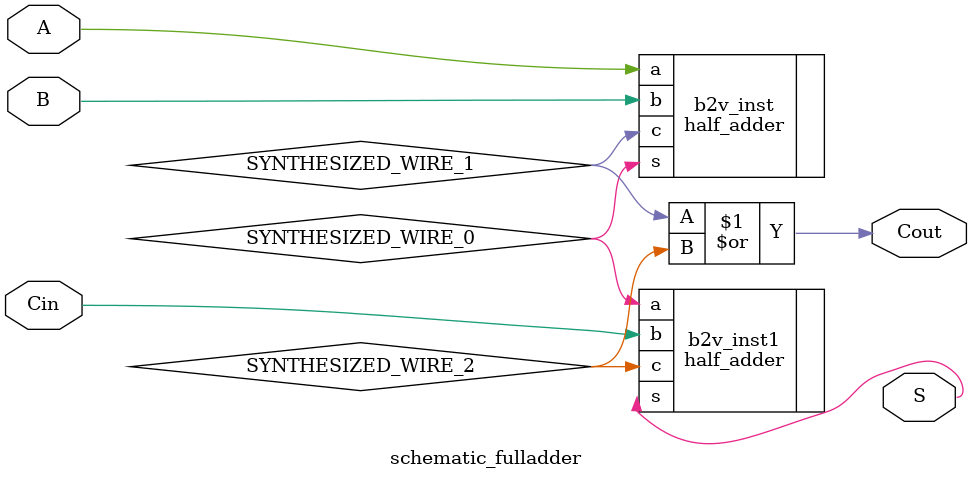
<source format=v>


module schematic_fulladder(
	A,
	B,
	Cin,
	Cout,
	S
);


input wire	A;
input wire	B;
input wire	Cin;
output wire	Cout;
output wire	S;

wire	SYNTHESIZED_WIRE_0;
wire	SYNTHESIZED_WIRE_1;
wire	SYNTHESIZED_WIRE_2;





half_adder	b2v_inst(
	.a(A),
	.b(B),
	.s(SYNTHESIZED_WIRE_0),
	.c(SYNTHESIZED_WIRE_1));


half_adder	b2v_inst1(
	.a(SYNTHESIZED_WIRE_0),
	.b(Cin),
	.s(S),
	.c(SYNTHESIZED_WIRE_2));

assign	Cout = SYNTHESIZED_WIRE_1 | SYNTHESIZED_WIRE_2;


endmodule

</source>
